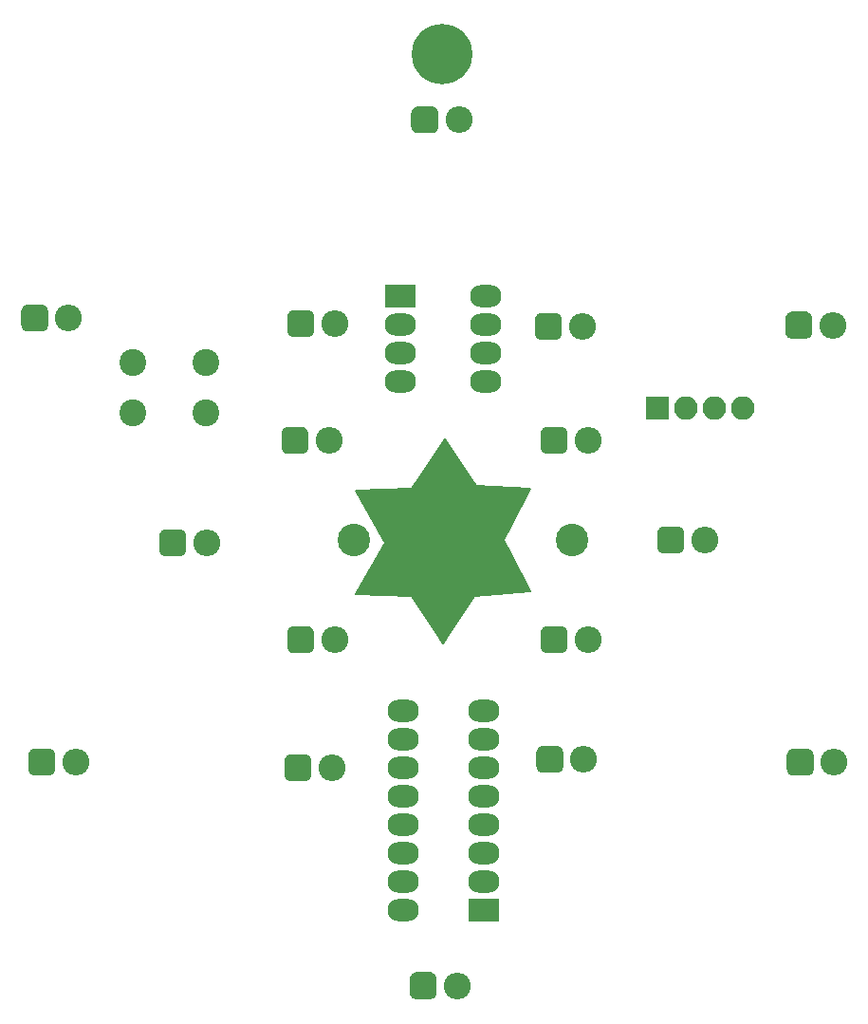
<source format=gbr>
G04 #@! TF.GenerationSoftware,KiCad,Pcbnew,(5.0.0)*
G04 #@! TF.CreationDate,2019-09-07T09:52:17-04:00*
G04 #@! TF.ProjectId,Snowflake,536E6F77666C616B652E6B696361645F,rev?*
G04 #@! TF.SameCoordinates,Original*
G04 #@! TF.FileFunction,Soldermask,Top*
G04 #@! TF.FilePolarity,Negative*
%FSLAX46Y46*%
G04 Gerber Fmt 4.6, Leading zero omitted, Abs format (unit mm)*
G04 Created by KiCad (PCBNEW (5.0.0)) date 09/07/19 09:52:17*
%MOMM*%
%LPD*%
G01*
G04 APERTURE LIST*
%ADD10C,0.150000*%
%ADD11C,5.400000*%
%ADD12C,2.400000*%
%ADD13O,2.400000X2.400000*%
%ADD14C,0.100000*%
%ADD15R,2.800000X2.000000*%
%ADD16O,2.800000X2.000000*%
%ADD17C,2.900000*%
%ADD18R,2.100000X2.100000*%
%ADD19O,2.100000X2.100000*%
G04 APERTURE END LIST*
D10*
G36*
X127200000Y-88800000D02*
X130000000Y-93000000D01*
X134800000Y-93200000D01*
X132400000Y-97800000D01*
X134800000Y-102400000D01*
X129800000Y-102800000D01*
X127000000Y-107000000D01*
X124200000Y-102800000D01*
X119200000Y-102600000D01*
X121800000Y-98000000D01*
X119200000Y-93400000D01*
X124200000Y-93200000D01*
X127200000Y-88800000D01*
G37*
X127200000Y-88800000D02*
X130000000Y-93000000D01*
X134800000Y-93200000D01*
X132400000Y-97800000D01*
X134800000Y-102400000D01*
X129800000Y-102800000D01*
X127000000Y-107000000D01*
X124200000Y-102800000D01*
X119200000Y-102600000D01*
X121800000Y-98000000D01*
X119200000Y-93400000D01*
X124200000Y-93200000D01*
X127200000Y-88800000D01*
D11*
G04 #@! TO.C,g1*
X126950000Y-54450000D03*
G04 #@! TD*
D12*
G04 #@! TO.C,Button1*
X99314000Y-86415000D03*
X99314000Y-81915000D03*
X105814000Y-86415000D03*
X105814000Y-81915000D03*
G04 #@! TD*
D13*
G04 #@! TO.C,D1*
X128400000Y-60300000D03*
D14*
G36*
X126018810Y-59102889D02*
X126077054Y-59111529D01*
X126134171Y-59125836D01*
X126189610Y-59145672D01*
X126242838Y-59170847D01*
X126293342Y-59201118D01*
X126340636Y-59236194D01*
X126384264Y-59275736D01*
X126423806Y-59319364D01*
X126458882Y-59366658D01*
X126489153Y-59417162D01*
X126514328Y-59470390D01*
X126534164Y-59525829D01*
X126548471Y-59582946D01*
X126557111Y-59641190D01*
X126560000Y-59700000D01*
X126560000Y-60900000D01*
X126557111Y-60958810D01*
X126548471Y-61017054D01*
X126534164Y-61074171D01*
X126514328Y-61129610D01*
X126489153Y-61182838D01*
X126458882Y-61233342D01*
X126423806Y-61280636D01*
X126384264Y-61324264D01*
X126340636Y-61363806D01*
X126293342Y-61398882D01*
X126242838Y-61429153D01*
X126189610Y-61454328D01*
X126134171Y-61474164D01*
X126077054Y-61488471D01*
X126018810Y-61497111D01*
X125960000Y-61500000D01*
X124760000Y-61500000D01*
X124701190Y-61497111D01*
X124642946Y-61488471D01*
X124585829Y-61474164D01*
X124530390Y-61454328D01*
X124477162Y-61429153D01*
X124426658Y-61398882D01*
X124379364Y-61363806D01*
X124335736Y-61324264D01*
X124296194Y-61280636D01*
X124261118Y-61233342D01*
X124230847Y-61182838D01*
X124205672Y-61129610D01*
X124185836Y-61074171D01*
X124171529Y-61017054D01*
X124162889Y-60958810D01*
X124160000Y-60900000D01*
X124160000Y-59700000D01*
X124162889Y-59641190D01*
X124171529Y-59582946D01*
X124185836Y-59525829D01*
X124205672Y-59470390D01*
X124230847Y-59417162D01*
X124261118Y-59366658D01*
X124296194Y-59319364D01*
X124335736Y-59275736D01*
X124379364Y-59236194D01*
X124426658Y-59201118D01*
X124477162Y-59170847D01*
X124530390Y-59145672D01*
X124585829Y-59125836D01*
X124642946Y-59111529D01*
X124701190Y-59102889D01*
X124760000Y-59100000D01*
X125960000Y-59100000D01*
X126018810Y-59102889D01*
X126018810Y-59102889D01*
G37*
D12*
X125360000Y-60300000D03*
G04 #@! TD*
D13*
G04 #@! TO.C,D2*
X139442000Y-78740000D03*
D14*
G36*
X137060810Y-77542889D02*
X137119054Y-77551529D01*
X137176171Y-77565836D01*
X137231610Y-77585672D01*
X137284838Y-77610847D01*
X137335342Y-77641118D01*
X137382636Y-77676194D01*
X137426264Y-77715736D01*
X137465806Y-77759364D01*
X137500882Y-77806658D01*
X137531153Y-77857162D01*
X137556328Y-77910390D01*
X137576164Y-77965829D01*
X137590471Y-78022946D01*
X137599111Y-78081190D01*
X137602000Y-78140000D01*
X137602000Y-79340000D01*
X137599111Y-79398810D01*
X137590471Y-79457054D01*
X137576164Y-79514171D01*
X137556328Y-79569610D01*
X137531153Y-79622838D01*
X137500882Y-79673342D01*
X137465806Y-79720636D01*
X137426264Y-79764264D01*
X137382636Y-79803806D01*
X137335342Y-79838882D01*
X137284838Y-79869153D01*
X137231610Y-79894328D01*
X137176171Y-79914164D01*
X137119054Y-79928471D01*
X137060810Y-79937111D01*
X137002000Y-79940000D01*
X135802000Y-79940000D01*
X135743190Y-79937111D01*
X135684946Y-79928471D01*
X135627829Y-79914164D01*
X135572390Y-79894328D01*
X135519162Y-79869153D01*
X135468658Y-79838882D01*
X135421364Y-79803806D01*
X135377736Y-79764264D01*
X135338194Y-79720636D01*
X135303118Y-79673342D01*
X135272847Y-79622838D01*
X135247672Y-79569610D01*
X135227836Y-79514171D01*
X135213529Y-79457054D01*
X135204889Y-79398810D01*
X135202000Y-79340000D01*
X135202000Y-78140000D01*
X135204889Y-78081190D01*
X135213529Y-78022946D01*
X135227836Y-77965829D01*
X135247672Y-77910390D01*
X135272847Y-77857162D01*
X135303118Y-77806658D01*
X135338194Y-77759364D01*
X135377736Y-77715736D01*
X135421364Y-77676194D01*
X135468658Y-77641118D01*
X135519162Y-77610847D01*
X135572390Y-77585672D01*
X135627829Y-77565836D01*
X135684946Y-77551529D01*
X135743190Y-77542889D01*
X135802000Y-77540000D01*
X137002000Y-77540000D01*
X137060810Y-77542889D01*
X137060810Y-77542889D01*
G37*
D12*
X136402000Y-78740000D03*
G04 #@! TD*
D13*
G04 #@! TO.C,D3*
X161794000Y-78613000D03*
D14*
G36*
X159412810Y-77415889D02*
X159471054Y-77424529D01*
X159528171Y-77438836D01*
X159583610Y-77458672D01*
X159636838Y-77483847D01*
X159687342Y-77514118D01*
X159734636Y-77549194D01*
X159778264Y-77588736D01*
X159817806Y-77632364D01*
X159852882Y-77679658D01*
X159883153Y-77730162D01*
X159908328Y-77783390D01*
X159928164Y-77838829D01*
X159942471Y-77895946D01*
X159951111Y-77954190D01*
X159954000Y-78013000D01*
X159954000Y-79213000D01*
X159951111Y-79271810D01*
X159942471Y-79330054D01*
X159928164Y-79387171D01*
X159908328Y-79442610D01*
X159883153Y-79495838D01*
X159852882Y-79546342D01*
X159817806Y-79593636D01*
X159778264Y-79637264D01*
X159734636Y-79676806D01*
X159687342Y-79711882D01*
X159636838Y-79742153D01*
X159583610Y-79767328D01*
X159528171Y-79787164D01*
X159471054Y-79801471D01*
X159412810Y-79810111D01*
X159354000Y-79813000D01*
X158154000Y-79813000D01*
X158095190Y-79810111D01*
X158036946Y-79801471D01*
X157979829Y-79787164D01*
X157924390Y-79767328D01*
X157871162Y-79742153D01*
X157820658Y-79711882D01*
X157773364Y-79676806D01*
X157729736Y-79637264D01*
X157690194Y-79593636D01*
X157655118Y-79546342D01*
X157624847Y-79495838D01*
X157599672Y-79442610D01*
X157579836Y-79387171D01*
X157565529Y-79330054D01*
X157556889Y-79271810D01*
X157554000Y-79213000D01*
X157554000Y-78013000D01*
X157556889Y-77954190D01*
X157565529Y-77895946D01*
X157579836Y-77838829D01*
X157599672Y-77783390D01*
X157624847Y-77730162D01*
X157655118Y-77679658D01*
X157690194Y-77632364D01*
X157729736Y-77588736D01*
X157773364Y-77549194D01*
X157820658Y-77514118D01*
X157871162Y-77483847D01*
X157924390Y-77458672D01*
X157979829Y-77438836D01*
X158036946Y-77424529D01*
X158095190Y-77415889D01*
X158154000Y-77413000D01*
X159354000Y-77413000D01*
X159412810Y-77415889D01*
X159412810Y-77415889D01*
G37*
D12*
X158754000Y-78613000D03*
G04 #@! TD*
D13*
G04 #@! TO.C,D4*
X150364000Y-97790000D03*
D14*
G36*
X147982810Y-96592889D02*
X148041054Y-96601529D01*
X148098171Y-96615836D01*
X148153610Y-96635672D01*
X148206838Y-96660847D01*
X148257342Y-96691118D01*
X148304636Y-96726194D01*
X148348264Y-96765736D01*
X148387806Y-96809364D01*
X148422882Y-96856658D01*
X148453153Y-96907162D01*
X148478328Y-96960390D01*
X148498164Y-97015829D01*
X148512471Y-97072946D01*
X148521111Y-97131190D01*
X148524000Y-97190000D01*
X148524000Y-98390000D01*
X148521111Y-98448810D01*
X148512471Y-98507054D01*
X148498164Y-98564171D01*
X148478328Y-98619610D01*
X148453153Y-98672838D01*
X148422882Y-98723342D01*
X148387806Y-98770636D01*
X148348264Y-98814264D01*
X148304636Y-98853806D01*
X148257342Y-98888882D01*
X148206838Y-98919153D01*
X148153610Y-98944328D01*
X148098171Y-98964164D01*
X148041054Y-98978471D01*
X147982810Y-98987111D01*
X147924000Y-98990000D01*
X146724000Y-98990000D01*
X146665190Y-98987111D01*
X146606946Y-98978471D01*
X146549829Y-98964164D01*
X146494390Y-98944328D01*
X146441162Y-98919153D01*
X146390658Y-98888882D01*
X146343364Y-98853806D01*
X146299736Y-98814264D01*
X146260194Y-98770636D01*
X146225118Y-98723342D01*
X146194847Y-98672838D01*
X146169672Y-98619610D01*
X146149836Y-98564171D01*
X146135529Y-98507054D01*
X146126889Y-98448810D01*
X146124000Y-98390000D01*
X146124000Y-97190000D01*
X146126889Y-97131190D01*
X146135529Y-97072946D01*
X146149836Y-97015829D01*
X146169672Y-96960390D01*
X146194847Y-96907162D01*
X146225118Y-96856658D01*
X146260194Y-96809364D01*
X146299736Y-96765736D01*
X146343364Y-96726194D01*
X146390658Y-96691118D01*
X146441162Y-96660847D01*
X146494390Y-96635672D01*
X146549829Y-96615836D01*
X146606946Y-96601529D01*
X146665190Y-96592889D01*
X146724000Y-96590000D01*
X147924000Y-96590000D01*
X147982810Y-96592889D01*
X147982810Y-96592889D01*
G37*
D12*
X147324000Y-97790000D03*
G04 #@! TD*
D13*
G04 #@! TO.C,D5*
X161921000Y-117602000D03*
D14*
G36*
X159539810Y-116404889D02*
X159598054Y-116413529D01*
X159655171Y-116427836D01*
X159710610Y-116447672D01*
X159763838Y-116472847D01*
X159814342Y-116503118D01*
X159861636Y-116538194D01*
X159905264Y-116577736D01*
X159944806Y-116621364D01*
X159979882Y-116668658D01*
X160010153Y-116719162D01*
X160035328Y-116772390D01*
X160055164Y-116827829D01*
X160069471Y-116884946D01*
X160078111Y-116943190D01*
X160081000Y-117002000D01*
X160081000Y-118202000D01*
X160078111Y-118260810D01*
X160069471Y-118319054D01*
X160055164Y-118376171D01*
X160035328Y-118431610D01*
X160010153Y-118484838D01*
X159979882Y-118535342D01*
X159944806Y-118582636D01*
X159905264Y-118626264D01*
X159861636Y-118665806D01*
X159814342Y-118700882D01*
X159763838Y-118731153D01*
X159710610Y-118756328D01*
X159655171Y-118776164D01*
X159598054Y-118790471D01*
X159539810Y-118799111D01*
X159481000Y-118802000D01*
X158281000Y-118802000D01*
X158222190Y-118799111D01*
X158163946Y-118790471D01*
X158106829Y-118776164D01*
X158051390Y-118756328D01*
X157998162Y-118731153D01*
X157947658Y-118700882D01*
X157900364Y-118665806D01*
X157856736Y-118626264D01*
X157817194Y-118582636D01*
X157782118Y-118535342D01*
X157751847Y-118484838D01*
X157726672Y-118431610D01*
X157706836Y-118376171D01*
X157692529Y-118319054D01*
X157683889Y-118260810D01*
X157681000Y-118202000D01*
X157681000Y-117002000D01*
X157683889Y-116943190D01*
X157692529Y-116884946D01*
X157706836Y-116827829D01*
X157726672Y-116772390D01*
X157751847Y-116719162D01*
X157782118Y-116668658D01*
X157817194Y-116621364D01*
X157856736Y-116577736D01*
X157900364Y-116538194D01*
X157947658Y-116503118D01*
X157998162Y-116472847D01*
X158051390Y-116447672D01*
X158106829Y-116427836D01*
X158163946Y-116413529D01*
X158222190Y-116404889D01*
X158281000Y-116402000D01*
X159481000Y-116402000D01*
X159539810Y-116404889D01*
X159539810Y-116404889D01*
G37*
D12*
X158881000Y-117602000D03*
G04 #@! TD*
D13*
G04 #@! TO.C,D6*
X139569000Y-117348000D03*
D14*
G36*
X137187810Y-116150889D02*
X137246054Y-116159529D01*
X137303171Y-116173836D01*
X137358610Y-116193672D01*
X137411838Y-116218847D01*
X137462342Y-116249118D01*
X137509636Y-116284194D01*
X137553264Y-116323736D01*
X137592806Y-116367364D01*
X137627882Y-116414658D01*
X137658153Y-116465162D01*
X137683328Y-116518390D01*
X137703164Y-116573829D01*
X137717471Y-116630946D01*
X137726111Y-116689190D01*
X137729000Y-116748000D01*
X137729000Y-117948000D01*
X137726111Y-118006810D01*
X137717471Y-118065054D01*
X137703164Y-118122171D01*
X137683328Y-118177610D01*
X137658153Y-118230838D01*
X137627882Y-118281342D01*
X137592806Y-118328636D01*
X137553264Y-118372264D01*
X137509636Y-118411806D01*
X137462342Y-118446882D01*
X137411838Y-118477153D01*
X137358610Y-118502328D01*
X137303171Y-118522164D01*
X137246054Y-118536471D01*
X137187810Y-118545111D01*
X137129000Y-118548000D01*
X135929000Y-118548000D01*
X135870190Y-118545111D01*
X135811946Y-118536471D01*
X135754829Y-118522164D01*
X135699390Y-118502328D01*
X135646162Y-118477153D01*
X135595658Y-118446882D01*
X135548364Y-118411806D01*
X135504736Y-118372264D01*
X135465194Y-118328636D01*
X135430118Y-118281342D01*
X135399847Y-118230838D01*
X135374672Y-118177610D01*
X135354836Y-118122171D01*
X135340529Y-118065054D01*
X135331889Y-118006810D01*
X135329000Y-117948000D01*
X135329000Y-116748000D01*
X135331889Y-116689190D01*
X135340529Y-116630946D01*
X135354836Y-116573829D01*
X135374672Y-116518390D01*
X135399847Y-116465162D01*
X135430118Y-116414658D01*
X135465194Y-116367364D01*
X135504736Y-116323736D01*
X135548364Y-116284194D01*
X135595658Y-116249118D01*
X135646162Y-116218847D01*
X135699390Y-116193672D01*
X135754829Y-116173836D01*
X135811946Y-116159529D01*
X135870190Y-116150889D01*
X135929000Y-116148000D01*
X137129000Y-116148000D01*
X137187810Y-116150889D01*
X137187810Y-116150889D01*
G37*
D12*
X136529000Y-117348000D03*
G04 #@! TD*
D13*
G04 #@! TO.C,D7*
X128266000Y-137541000D03*
D14*
G36*
X125884810Y-136343889D02*
X125943054Y-136352529D01*
X126000171Y-136366836D01*
X126055610Y-136386672D01*
X126108838Y-136411847D01*
X126159342Y-136442118D01*
X126206636Y-136477194D01*
X126250264Y-136516736D01*
X126289806Y-136560364D01*
X126324882Y-136607658D01*
X126355153Y-136658162D01*
X126380328Y-136711390D01*
X126400164Y-136766829D01*
X126414471Y-136823946D01*
X126423111Y-136882190D01*
X126426000Y-136941000D01*
X126426000Y-138141000D01*
X126423111Y-138199810D01*
X126414471Y-138258054D01*
X126400164Y-138315171D01*
X126380328Y-138370610D01*
X126355153Y-138423838D01*
X126324882Y-138474342D01*
X126289806Y-138521636D01*
X126250264Y-138565264D01*
X126206636Y-138604806D01*
X126159342Y-138639882D01*
X126108838Y-138670153D01*
X126055610Y-138695328D01*
X126000171Y-138715164D01*
X125943054Y-138729471D01*
X125884810Y-138738111D01*
X125826000Y-138741000D01*
X124626000Y-138741000D01*
X124567190Y-138738111D01*
X124508946Y-138729471D01*
X124451829Y-138715164D01*
X124396390Y-138695328D01*
X124343162Y-138670153D01*
X124292658Y-138639882D01*
X124245364Y-138604806D01*
X124201736Y-138565264D01*
X124162194Y-138521636D01*
X124127118Y-138474342D01*
X124096847Y-138423838D01*
X124071672Y-138370610D01*
X124051836Y-138315171D01*
X124037529Y-138258054D01*
X124028889Y-138199810D01*
X124026000Y-138141000D01*
X124026000Y-136941000D01*
X124028889Y-136882190D01*
X124037529Y-136823946D01*
X124051836Y-136766829D01*
X124071672Y-136711390D01*
X124096847Y-136658162D01*
X124127118Y-136607658D01*
X124162194Y-136560364D01*
X124201736Y-136516736D01*
X124245364Y-136477194D01*
X124292658Y-136442118D01*
X124343162Y-136411847D01*
X124396390Y-136386672D01*
X124451829Y-136366836D01*
X124508946Y-136352529D01*
X124567190Y-136343889D01*
X124626000Y-136341000D01*
X125826000Y-136341000D01*
X125884810Y-136343889D01*
X125884810Y-136343889D01*
G37*
D12*
X125226000Y-137541000D03*
G04 #@! TD*
D13*
G04 #@! TO.C,D8*
X117090000Y-118110000D03*
D14*
G36*
X114708810Y-116912889D02*
X114767054Y-116921529D01*
X114824171Y-116935836D01*
X114879610Y-116955672D01*
X114932838Y-116980847D01*
X114983342Y-117011118D01*
X115030636Y-117046194D01*
X115074264Y-117085736D01*
X115113806Y-117129364D01*
X115148882Y-117176658D01*
X115179153Y-117227162D01*
X115204328Y-117280390D01*
X115224164Y-117335829D01*
X115238471Y-117392946D01*
X115247111Y-117451190D01*
X115250000Y-117510000D01*
X115250000Y-118710000D01*
X115247111Y-118768810D01*
X115238471Y-118827054D01*
X115224164Y-118884171D01*
X115204328Y-118939610D01*
X115179153Y-118992838D01*
X115148882Y-119043342D01*
X115113806Y-119090636D01*
X115074264Y-119134264D01*
X115030636Y-119173806D01*
X114983342Y-119208882D01*
X114932838Y-119239153D01*
X114879610Y-119264328D01*
X114824171Y-119284164D01*
X114767054Y-119298471D01*
X114708810Y-119307111D01*
X114650000Y-119310000D01*
X113450000Y-119310000D01*
X113391190Y-119307111D01*
X113332946Y-119298471D01*
X113275829Y-119284164D01*
X113220390Y-119264328D01*
X113167162Y-119239153D01*
X113116658Y-119208882D01*
X113069364Y-119173806D01*
X113025736Y-119134264D01*
X112986194Y-119090636D01*
X112951118Y-119043342D01*
X112920847Y-118992838D01*
X112895672Y-118939610D01*
X112875836Y-118884171D01*
X112861529Y-118827054D01*
X112852889Y-118768810D01*
X112850000Y-118710000D01*
X112850000Y-117510000D01*
X112852889Y-117451190D01*
X112861529Y-117392946D01*
X112875836Y-117335829D01*
X112895672Y-117280390D01*
X112920847Y-117227162D01*
X112951118Y-117176658D01*
X112986194Y-117129364D01*
X113025736Y-117085736D01*
X113069364Y-117046194D01*
X113116658Y-117011118D01*
X113167162Y-116980847D01*
X113220390Y-116955672D01*
X113275829Y-116935836D01*
X113332946Y-116921529D01*
X113391190Y-116912889D01*
X113450000Y-116910000D01*
X114650000Y-116910000D01*
X114708810Y-116912889D01*
X114708810Y-116912889D01*
G37*
D12*
X114050000Y-118110000D03*
G04 #@! TD*
D13*
G04 #@! TO.C,D9*
X94230000Y-117602000D03*
D14*
G36*
X91848810Y-116404889D02*
X91907054Y-116413529D01*
X91964171Y-116427836D01*
X92019610Y-116447672D01*
X92072838Y-116472847D01*
X92123342Y-116503118D01*
X92170636Y-116538194D01*
X92214264Y-116577736D01*
X92253806Y-116621364D01*
X92288882Y-116668658D01*
X92319153Y-116719162D01*
X92344328Y-116772390D01*
X92364164Y-116827829D01*
X92378471Y-116884946D01*
X92387111Y-116943190D01*
X92390000Y-117002000D01*
X92390000Y-118202000D01*
X92387111Y-118260810D01*
X92378471Y-118319054D01*
X92364164Y-118376171D01*
X92344328Y-118431610D01*
X92319153Y-118484838D01*
X92288882Y-118535342D01*
X92253806Y-118582636D01*
X92214264Y-118626264D01*
X92170636Y-118665806D01*
X92123342Y-118700882D01*
X92072838Y-118731153D01*
X92019610Y-118756328D01*
X91964171Y-118776164D01*
X91907054Y-118790471D01*
X91848810Y-118799111D01*
X91790000Y-118802000D01*
X90590000Y-118802000D01*
X90531190Y-118799111D01*
X90472946Y-118790471D01*
X90415829Y-118776164D01*
X90360390Y-118756328D01*
X90307162Y-118731153D01*
X90256658Y-118700882D01*
X90209364Y-118665806D01*
X90165736Y-118626264D01*
X90126194Y-118582636D01*
X90091118Y-118535342D01*
X90060847Y-118484838D01*
X90035672Y-118431610D01*
X90015836Y-118376171D01*
X90001529Y-118319054D01*
X89992889Y-118260810D01*
X89990000Y-118202000D01*
X89990000Y-117002000D01*
X89992889Y-116943190D01*
X90001529Y-116884946D01*
X90015836Y-116827829D01*
X90035672Y-116772390D01*
X90060847Y-116719162D01*
X90091118Y-116668658D01*
X90126194Y-116621364D01*
X90165736Y-116577736D01*
X90209364Y-116538194D01*
X90256658Y-116503118D01*
X90307162Y-116472847D01*
X90360390Y-116447672D01*
X90415829Y-116427836D01*
X90472946Y-116413529D01*
X90531190Y-116404889D01*
X90590000Y-116402000D01*
X91790000Y-116402000D01*
X91848810Y-116404889D01*
X91848810Y-116404889D01*
G37*
D12*
X91190000Y-117602000D03*
G04 #@! TD*
D13*
G04 #@! TO.C,D10*
X105914000Y-98044000D03*
D14*
G36*
X103532810Y-96846889D02*
X103591054Y-96855529D01*
X103648171Y-96869836D01*
X103703610Y-96889672D01*
X103756838Y-96914847D01*
X103807342Y-96945118D01*
X103854636Y-96980194D01*
X103898264Y-97019736D01*
X103937806Y-97063364D01*
X103972882Y-97110658D01*
X104003153Y-97161162D01*
X104028328Y-97214390D01*
X104048164Y-97269829D01*
X104062471Y-97326946D01*
X104071111Y-97385190D01*
X104074000Y-97444000D01*
X104074000Y-98644000D01*
X104071111Y-98702810D01*
X104062471Y-98761054D01*
X104048164Y-98818171D01*
X104028328Y-98873610D01*
X104003153Y-98926838D01*
X103972882Y-98977342D01*
X103937806Y-99024636D01*
X103898264Y-99068264D01*
X103854636Y-99107806D01*
X103807342Y-99142882D01*
X103756838Y-99173153D01*
X103703610Y-99198328D01*
X103648171Y-99218164D01*
X103591054Y-99232471D01*
X103532810Y-99241111D01*
X103474000Y-99244000D01*
X102274000Y-99244000D01*
X102215190Y-99241111D01*
X102156946Y-99232471D01*
X102099829Y-99218164D01*
X102044390Y-99198328D01*
X101991162Y-99173153D01*
X101940658Y-99142882D01*
X101893364Y-99107806D01*
X101849736Y-99068264D01*
X101810194Y-99024636D01*
X101775118Y-98977342D01*
X101744847Y-98926838D01*
X101719672Y-98873610D01*
X101699836Y-98818171D01*
X101685529Y-98761054D01*
X101676889Y-98702810D01*
X101674000Y-98644000D01*
X101674000Y-97444000D01*
X101676889Y-97385190D01*
X101685529Y-97326946D01*
X101699836Y-97269829D01*
X101719672Y-97214390D01*
X101744847Y-97161162D01*
X101775118Y-97110658D01*
X101810194Y-97063364D01*
X101849736Y-97019736D01*
X101893364Y-96980194D01*
X101940658Y-96945118D01*
X101991162Y-96914847D01*
X102044390Y-96889672D01*
X102099829Y-96869836D01*
X102156946Y-96855529D01*
X102215190Y-96846889D01*
X102274000Y-96844000D01*
X103474000Y-96844000D01*
X103532810Y-96846889D01*
X103532810Y-96846889D01*
G37*
D12*
X102874000Y-98044000D03*
G04 #@! TD*
D13*
G04 #@! TO.C,D11*
X93595000Y-77978000D03*
D14*
G36*
X91213810Y-76780889D02*
X91272054Y-76789529D01*
X91329171Y-76803836D01*
X91384610Y-76823672D01*
X91437838Y-76848847D01*
X91488342Y-76879118D01*
X91535636Y-76914194D01*
X91579264Y-76953736D01*
X91618806Y-76997364D01*
X91653882Y-77044658D01*
X91684153Y-77095162D01*
X91709328Y-77148390D01*
X91729164Y-77203829D01*
X91743471Y-77260946D01*
X91752111Y-77319190D01*
X91755000Y-77378000D01*
X91755000Y-78578000D01*
X91752111Y-78636810D01*
X91743471Y-78695054D01*
X91729164Y-78752171D01*
X91709328Y-78807610D01*
X91684153Y-78860838D01*
X91653882Y-78911342D01*
X91618806Y-78958636D01*
X91579264Y-79002264D01*
X91535636Y-79041806D01*
X91488342Y-79076882D01*
X91437838Y-79107153D01*
X91384610Y-79132328D01*
X91329171Y-79152164D01*
X91272054Y-79166471D01*
X91213810Y-79175111D01*
X91155000Y-79178000D01*
X89955000Y-79178000D01*
X89896190Y-79175111D01*
X89837946Y-79166471D01*
X89780829Y-79152164D01*
X89725390Y-79132328D01*
X89672162Y-79107153D01*
X89621658Y-79076882D01*
X89574364Y-79041806D01*
X89530736Y-79002264D01*
X89491194Y-78958636D01*
X89456118Y-78911342D01*
X89425847Y-78860838D01*
X89400672Y-78807610D01*
X89380836Y-78752171D01*
X89366529Y-78695054D01*
X89357889Y-78636810D01*
X89355000Y-78578000D01*
X89355000Y-77378000D01*
X89357889Y-77319190D01*
X89366529Y-77260946D01*
X89380836Y-77203829D01*
X89400672Y-77148390D01*
X89425847Y-77095162D01*
X89456118Y-77044658D01*
X89491194Y-76997364D01*
X89530736Y-76953736D01*
X89574364Y-76914194D01*
X89621658Y-76879118D01*
X89672162Y-76848847D01*
X89725390Y-76823672D01*
X89780829Y-76803836D01*
X89837946Y-76789529D01*
X89896190Y-76780889D01*
X89955000Y-76778000D01*
X91155000Y-76778000D01*
X91213810Y-76780889D01*
X91213810Y-76780889D01*
G37*
D12*
X90555000Y-77978000D03*
G04 #@! TD*
D13*
G04 #@! TO.C,D12*
X117344000Y-78486000D03*
D14*
G36*
X114962810Y-77288889D02*
X115021054Y-77297529D01*
X115078171Y-77311836D01*
X115133610Y-77331672D01*
X115186838Y-77356847D01*
X115237342Y-77387118D01*
X115284636Y-77422194D01*
X115328264Y-77461736D01*
X115367806Y-77505364D01*
X115402882Y-77552658D01*
X115433153Y-77603162D01*
X115458328Y-77656390D01*
X115478164Y-77711829D01*
X115492471Y-77768946D01*
X115501111Y-77827190D01*
X115504000Y-77886000D01*
X115504000Y-79086000D01*
X115501111Y-79144810D01*
X115492471Y-79203054D01*
X115478164Y-79260171D01*
X115458328Y-79315610D01*
X115433153Y-79368838D01*
X115402882Y-79419342D01*
X115367806Y-79466636D01*
X115328264Y-79510264D01*
X115284636Y-79549806D01*
X115237342Y-79584882D01*
X115186838Y-79615153D01*
X115133610Y-79640328D01*
X115078171Y-79660164D01*
X115021054Y-79674471D01*
X114962810Y-79683111D01*
X114904000Y-79686000D01*
X113704000Y-79686000D01*
X113645190Y-79683111D01*
X113586946Y-79674471D01*
X113529829Y-79660164D01*
X113474390Y-79640328D01*
X113421162Y-79615153D01*
X113370658Y-79584882D01*
X113323364Y-79549806D01*
X113279736Y-79510264D01*
X113240194Y-79466636D01*
X113205118Y-79419342D01*
X113174847Y-79368838D01*
X113149672Y-79315610D01*
X113129836Y-79260171D01*
X113115529Y-79203054D01*
X113106889Y-79144810D01*
X113104000Y-79086000D01*
X113104000Y-77886000D01*
X113106889Y-77827190D01*
X113115529Y-77768946D01*
X113129836Y-77711829D01*
X113149672Y-77656390D01*
X113174847Y-77603162D01*
X113205118Y-77552658D01*
X113240194Y-77505364D01*
X113279736Y-77461736D01*
X113323364Y-77422194D01*
X113370658Y-77387118D01*
X113421162Y-77356847D01*
X113474390Y-77331672D01*
X113529829Y-77311836D01*
X113586946Y-77297529D01*
X113645190Y-77288889D01*
X113704000Y-77286000D01*
X114904000Y-77286000D01*
X114962810Y-77288889D01*
X114962810Y-77288889D01*
G37*
D12*
X114304000Y-78486000D03*
G04 #@! TD*
D13*
G04 #@! TO.C,D13*
X116817000Y-88900000D03*
D14*
G36*
X114435810Y-87702889D02*
X114494054Y-87711529D01*
X114551171Y-87725836D01*
X114606610Y-87745672D01*
X114659838Y-87770847D01*
X114710342Y-87801118D01*
X114757636Y-87836194D01*
X114801264Y-87875736D01*
X114840806Y-87919364D01*
X114875882Y-87966658D01*
X114906153Y-88017162D01*
X114931328Y-88070390D01*
X114951164Y-88125829D01*
X114965471Y-88182946D01*
X114974111Y-88241190D01*
X114977000Y-88300000D01*
X114977000Y-89500000D01*
X114974111Y-89558810D01*
X114965471Y-89617054D01*
X114951164Y-89674171D01*
X114931328Y-89729610D01*
X114906153Y-89782838D01*
X114875882Y-89833342D01*
X114840806Y-89880636D01*
X114801264Y-89924264D01*
X114757636Y-89963806D01*
X114710342Y-89998882D01*
X114659838Y-90029153D01*
X114606610Y-90054328D01*
X114551171Y-90074164D01*
X114494054Y-90088471D01*
X114435810Y-90097111D01*
X114377000Y-90100000D01*
X113177000Y-90100000D01*
X113118190Y-90097111D01*
X113059946Y-90088471D01*
X113002829Y-90074164D01*
X112947390Y-90054328D01*
X112894162Y-90029153D01*
X112843658Y-89998882D01*
X112796364Y-89963806D01*
X112752736Y-89924264D01*
X112713194Y-89880636D01*
X112678118Y-89833342D01*
X112647847Y-89782838D01*
X112622672Y-89729610D01*
X112602836Y-89674171D01*
X112588529Y-89617054D01*
X112579889Y-89558810D01*
X112577000Y-89500000D01*
X112577000Y-88300000D01*
X112579889Y-88241190D01*
X112588529Y-88182946D01*
X112602836Y-88125829D01*
X112622672Y-88070390D01*
X112647847Y-88017162D01*
X112678118Y-87966658D01*
X112713194Y-87919364D01*
X112752736Y-87875736D01*
X112796364Y-87836194D01*
X112843658Y-87801118D01*
X112894162Y-87770847D01*
X112947390Y-87745672D01*
X113002829Y-87725836D01*
X113059946Y-87711529D01*
X113118190Y-87702889D01*
X113177000Y-87700000D01*
X114377000Y-87700000D01*
X114435810Y-87702889D01*
X114435810Y-87702889D01*
G37*
D12*
X113777000Y-88900000D03*
G04 #@! TD*
D13*
G04 #@! TO.C,D14*
X139950000Y-106680000D03*
D14*
G36*
X137568810Y-105482889D02*
X137627054Y-105491529D01*
X137684171Y-105505836D01*
X137739610Y-105525672D01*
X137792838Y-105550847D01*
X137843342Y-105581118D01*
X137890636Y-105616194D01*
X137934264Y-105655736D01*
X137973806Y-105699364D01*
X138008882Y-105746658D01*
X138039153Y-105797162D01*
X138064328Y-105850390D01*
X138084164Y-105905829D01*
X138098471Y-105962946D01*
X138107111Y-106021190D01*
X138110000Y-106080000D01*
X138110000Y-107280000D01*
X138107111Y-107338810D01*
X138098471Y-107397054D01*
X138084164Y-107454171D01*
X138064328Y-107509610D01*
X138039153Y-107562838D01*
X138008882Y-107613342D01*
X137973806Y-107660636D01*
X137934264Y-107704264D01*
X137890636Y-107743806D01*
X137843342Y-107778882D01*
X137792838Y-107809153D01*
X137739610Y-107834328D01*
X137684171Y-107854164D01*
X137627054Y-107868471D01*
X137568810Y-107877111D01*
X137510000Y-107880000D01*
X136310000Y-107880000D01*
X136251190Y-107877111D01*
X136192946Y-107868471D01*
X136135829Y-107854164D01*
X136080390Y-107834328D01*
X136027162Y-107809153D01*
X135976658Y-107778882D01*
X135929364Y-107743806D01*
X135885736Y-107704264D01*
X135846194Y-107660636D01*
X135811118Y-107613342D01*
X135780847Y-107562838D01*
X135755672Y-107509610D01*
X135735836Y-107454171D01*
X135721529Y-107397054D01*
X135712889Y-107338810D01*
X135710000Y-107280000D01*
X135710000Y-106080000D01*
X135712889Y-106021190D01*
X135721529Y-105962946D01*
X135735836Y-105905829D01*
X135755672Y-105850390D01*
X135780847Y-105797162D01*
X135811118Y-105746658D01*
X135846194Y-105699364D01*
X135885736Y-105655736D01*
X135929364Y-105616194D01*
X135976658Y-105581118D01*
X136027162Y-105550847D01*
X136080390Y-105525672D01*
X136135829Y-105505836D01*
X136192946Y-105491529D01*
X136251190Y-105482889D01*
X136310000Y-105480000D01*
X137510000Y-105480000D01*
X137568810Y-105482889D01*
X137568810Y-105482889D01*
G37*
D12*
X136910000Y-106680000D03*
G04 #@! TD*
D13*
G04 #@! TO.C,D15*
X139950000Y-88900000D03*
D14*
G36*
X137568810Y-87702889D02*
X137627054Y-87711529D01*
X137684171Y-87725836D01*
X137739610Y-87745672D01*
X137792838Y-87770847D01*
X137843342Y-87801118D01*
X137890636Y-87836194D01*
X137934264Y-87875736D01*
X137973806Y-87919364D01*
X138008882Y-87966658D01*
X138039153Y-88017162D01*
X138064328Y-88070390D01*
X138084164Y-88125829D01*
X138098471Y-88182946D01*
X138107111Y-88241190D01*
X138110000Y-88300000D01*
X138110000Y-89500000D01*
X138107111Y-89558810D01*
X138098471Y-89617054D01*
X138084164Y-89674171D01*
X138064328Y-89729610D01*
X138039153Y-89782838D01*
X138008882Y-89833342D01*
X137973806Y-89880636D01*
X137934264Y-89924264D01*
X137890636Y-89963806D01*
X137843342Y-89998882D01*
X137792838Y-90029153D01*
X137739610Y-90054328D01*
X137684171Y-90074164D01*
X137627054Y-90088471D01*
X137568810Y-90097111D01*
X137510000Y-90100000D01*
X136310000Y-90100000D01*
X136251190Y-90097111D01*
X136192946Y-90088471D01*
X136135829Y-90074164D01*
X136080390Y-90054328D01*
X136027162Y-90029153D01*
X135976658Y-89998882D01*
X135929364Y-89963806D01*
X135885736Y-89924264D01*
X135846194Y-89880636D01*
X135811118Y-89833342D01*
X135780847Y-89782838D01*
X135755672Y-89729610D01*
X135735836Y-89674171D01*
X135721529Y-89617054D01*
X135712889Y-89558810D01*
X135710000Y-89500000D01*
X135710000Y-88300000D01*
X135712889Y-88241190D01*
X135721529Y-88182946D01*
X135735836Y-88125829D01*
X135755672Y-88070390D01*
X135780847Y-88017162D01*
X135811118Y-87966658D01*
X135846194Y-87919364D01*
X135885736Y-87875736D01*
X135929364Y-87836194D01*
X135976658Y-87801118D01*
X136027162Y-87770847D01*
X136080390Y-87745672D01*
X136135829Y-87725836D01*
X136192946Y-87711529D01*
X136251190Y-87702889D01*
X136310000Y-87700000D01*
X137510000Y-87700000D01*
X137568810Y-87702889D01*
X137568810Y-87702889D01*
G37*
D12*
X136910000Y-88900000D03*
G04 #@! TD*
D13*
G04 #@! TO.C,D16*
X117325000Y-106680000D03*
D14*
G36*
X114943810Y-105482889D02*
X115002054Y-105491529D01*
X115059171Y-105505836D01*
X115114610Y-105525672D01*
X115167838Y-105550847D01*
X115218342Y-105581118D01*
X115265636Y-105616194D01*
X115309264Y-105655736D01*
X115348806Y-105699364D01*
X115383882Y-105746658D01*
X115414153Y-105797162D01*
X115439328Y-105850390D01*
X115459164Y-105905829D01*
X115473471Y-105962946D01*
X115482111Y-106021190D01*
X115485000Y-106080000D01*
X115485000Y-107280000D01*
X115482111Y-107338810D01*
X115473471Y-107397054D01*
X115459164Y-107454171D01*
X115439328Y-107509610D01*
X115414153Y-107562838D01*
X115383882Y-107613342D01*
X115348806Y-107660636D01*
X115309264Y-107704264D01*
X115265636Y-107743806D01*
X115218342Y-107778882D01*
X115167838Y-107809153D01*
X115114610Y-107834328D01*
X115059171Y-107854164D01*
X115002054Y-107868471D01*
X114943810Y-107877111D01*
X114885000Y-107880000D01*
X113685000Y-107880000D01*
X113626190Y-107877111D01*
X113567946Y-107868471D01*
X113510829Y-107854164D01*
X113455390Y-107834328D01*
X113402162Y-107809153D01*
X113351658Y-107778882D01*
X113304364Y-107743806D01*
X113260736Y-107704264D01*
X113221194Y-107660636D01*
X113186118Y-107613342D01*
X113155847Y-107562838D01*
X113130672Y-107509610D01*
X113110836Y-107454171D01*
X113096529Y-107397054D01*
X113087889Y-107338810D01*
X113085000Y-107280000D01*
X113085000Y-106080000D01*
X113087889Y-106021190D01*
X113096529Y-105962946D01*
X113110836Y-105905829D01*
X113130672Y-105850390D01*
X113155847Y-105797162D01*
X113186118Y-105746658D01*
X113221194Y-105699364D01*
X113260736Y-105655736D01*
X113304364Y-105616194D01*
X113351658Y-105581118D01*
X113402162Y-105550847D01*
X113455390Y-105525672D01*
X113510829Y-105505836D01*
X113567946Y-105491529D01*
X113626190Y-105482889D01*
X113685000Y-105480000D01*
X114885000Y-105480000D01*
X114943810Y-105482889D01*
X114943810Y-105482889D01*
G37*
D12*
X114285000Y-106680000D03*
G04 #@! TD*
D15*
G04 #@! TO.C,Tiny85*
X123220000Y-75990000D03*
D16*
X130840000Y-83610000D03*
X123220000Y-78530000D03*
X130840000Y-81070000D03*
X123220000Y-81070000D03*
X130840000Y-78530000D03*
X123220000Y-83610000D03*
X130840000Y-75990000D03*
G04 #@! TD*
D17*
G04 #@! TO.C,Battery1*
X138500000Y-97800000D03*
X119000000Y-97800000D03*
G04 #@! TD*
D18*
G04 #@! TO.C,Power1*
X146100000Y-86000000D03*
D19*
X148640000Y-86000000D03*
X151180000Y-86000000D03*
X153720000Y-86000000D03*
G04 #@! TD*
D16*
G04 #@! TO.C,Shift1*
X123480000Y-130810000D03*
X130600000Y-113030000D03*
X123480000Y-128270000D03*
X130600000Y-115570000D03*
X123480000Y-125730000D03*
X130600000Y-118110000D03*
X123480000Y-123190000D03*
X130600000Y-120650000D03*
X123480000Y-120650000D03*
X130600000Y-123190000D03*
X123480000Y-118110000D03*
X130600000Y-125730000D03*
X123480000Y-115570000D03*
X130600000Y-128270000D03*
X123480000Y-113030000D03*
D15*
X130600000Y-130810000D03*
G04 #@! TD*
M02*

</source>
